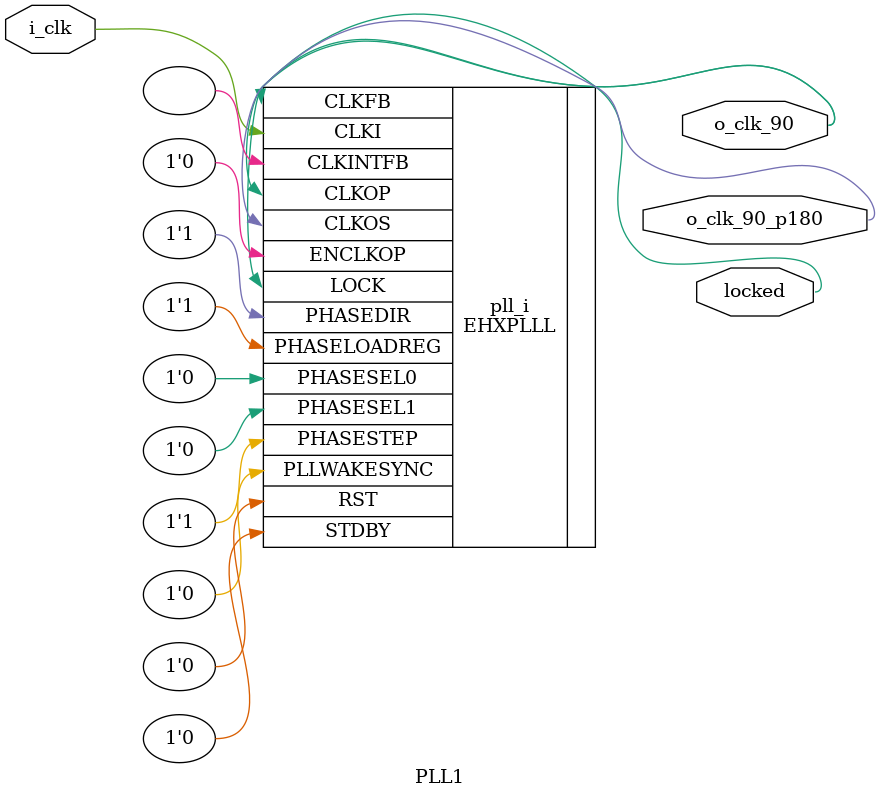
<source format=sv>
module PLL1
(
    input i_clk, // 25 MHz, 0 deg
    output o_clk_90, // 90 MHz, 0 deg
    output o_clk_90_p180, // 90 MHz, 180 deg
    output locked
);
(* FREQUENCY_PIN_CLKI="25" *)
(* FREQUENCY_PIN_CLKOP="90" *)
(* FREQUENCY_PIN_CLKOS="90" *)
(* ICP_CURRENT="12" *) (* LPF_RESISTOR="8" *) (* MFG_ENABLE_FILTEROPAMP="1" *) (* MFG_GMCREF_SEL="2" *)
EHXPLLL #(
        .PLLRST_ENA("DISABLED"),
        .INTFB_WAKE("DISABLED"),
        .STDBY_ENABLE("DISABLED"),
        .DPHASE_SOURCE("DISABLED"),
        .OUTDIVIDER_MUXA("DIVA"),
        .OUTDIVIDER_MUXB("DIVB"),
        .OUTDIVIDER_MUXC("DIVC"),
        .OUTDIVIDER_MUXD("DIVD"),
        .CLKI_DIV(5),
        .CLKOP_ENABLE("ENABLED"),
        .CLKOP_DIV(7),
        .CLKOP_CPHASE(3),
        .CLKOP_FPHASE(0),
        .CLKOS_ENABLE("ENABLED"),
        .CLKOS_DIV(7),
        .CLKOS_CPHASE(6),
        .CLKOS_FPHASE(4),
        .FEEDBK_PATH("CLKOP"),
        .CLKFB_DIV(18)
    ) pll_i (
        .RST(1'b0),
        .STDBY(1'b0),
        .CLKI(i_clk),
        .CLKOP(o_clk_90),
        .CLKOS(o_clk_90_p180),
        .CLKFB(o_clk_90),
        .CLKINTFB(),
        .PHASESEL0(1'b0),
        .PHASESEL1(1'b0),
        .PHASEDIR(1'b1),
        .PHASESTEP(1'b1),
        .PHASELOADREG(1'b1),
        .PLLWAKESYNC(1'b0),
        .ENCLKOP(1'b0),
        .LOCK(locked)
	);
endmodule

</source>
